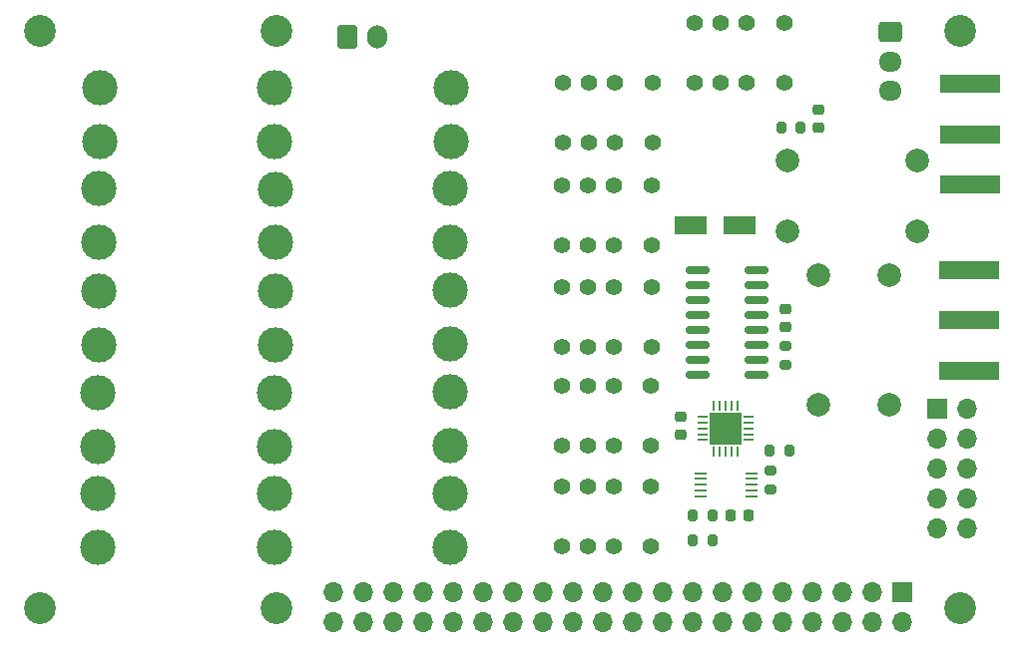
<source format=gbr>
%TF.GenerationSoftware,KiCad,Pcbnew,7.0.10*%
%TF.CreationDate,2024-04-14T10:08:43-05:00*%
%TF.ProjectId,txfilters,74786669-6c74-4657-9273-2e6b69636164,rev?*%
%TF.SameCoordinates,Original*%
%TF.FileFunction,Soldermask,Top*%
%TF.FilePolarity,Negative*%
%FSLAX46Y46*%
G04 Gerber Fmt 4.6, Leading zero omitted, Abs format (unit mm)*
G04 Created by KiCad (PCBNEW 7.0.10) date 2024-04-14 10:08:43*
%MOMM*%
%LPD*%
G01*
G04 APERTURE LIST*
G04 Aperture macros list*
%AMRoundRect*
0 Rectangle with rounded corners*
0 $1 Rounding radius*
0 $2 $3 $4 $5 $6 $7 $8 $9 X,Y pos of 4 corners*
0 Add a 4 corners polygon primitive as box body*
4,1,4,$2,$3,$4,$5,$6,$7,$8,$9,$2,$3,0*
0 Add four circle primitives for the rounded corners*
1,1,$1+$1,$2,$3*
1,1,$1+$1,$4,$5*
1,1,$1+$1,$6,$7*
1,1,$1+$1,$8,$9*
0 Add four rect primitives between the rounded corners*
20,1,$1+$1,$2,$3,$4,$5,0*
20,1,$1+$1,$4,$5,$6,$7,0*
20,1,$1+$1,$6,$7,$8,$9,0*
20,1,$1+$1,$8,$9,$2,$3,0*%
G04 Aperture macros list end*
%ADD10C,1.400000*%
%ADD11C,3.000000*%
%ADD12RoundRect,0.225000X0.250000X-0.225000X0.250000X0.225000X-0.250000X0.225000X-0.250000X-0.225000X0*%
%ADD13C,2.700000*%
%ADD14C,2.000000*%
%ADD15RoundRect,0.150000X0.825000X0.150000X-0.825000X0.150000X-0.825000X-0.150000X0.825000X-0.150000X0*%
%ADD16RoundRect,0.225000X-0.225000X-0.250000X0.225000X-0.250000X0.225000X0.250000X-0.225000X0.250000X0*%
%ADD17R,5.080000X1.500000*%
%ADD18RoundRect,0.250000X-1.137500X-0.550000X1.137500X-0.550000X1.137500X0.550000X-1.137500X0.550000X0*%
%ADD19RoundRect,0.225000X-0.250000X0.225000X-0.250000X-0.225000X0.250000X-0.225000X0.250000X0.225000X0*%
%ADD20RoundRect,0.200000X-0.275000X0.200000X-0.275000X-0.200000X0.275000X-0.200000X0.275000X0.200000X0*%
%ADD21RoundRect,0.200000X0.200000X0.275000X-0.200000X0.275000X-0.200000X-0.275000X0.200000X-0.275000X0*%
%ADD22RoundRect,0.250000X-0.725000X0.600000X-0.725000X-0.600000X0.725000X-0.600000X0.725000X0.600000X0*%
%ADD23O,1.950000X1.700000*%
%ADD24R,1.100000X0.250000*%
%ADD25RoundRect,0.062500X0.062500X-0.337500X0.062500X0.337500X-0.062500X0.337500X-0.062500X-0.337500X0*%
%ADD26RoundRect,0.062500X0.337500X-0.062500X0.337500X0.062500X-0.337500X0.062500X-0.337500X-0.062500X0*%
%ADD27R,2.700000X2.700000*%
%ADD28R,1.700000X1.700000*%
%ADD29O,1.700000X1.700000*%
%ADD30RoundRect,0.250000X-0.600000X-0.750000X0.600000X-0.750000X0.600000X0.750000X-0.600000X0.750000X0*%
%ADD31O,1.700000X2.000000*%
G04 APERTURE END LIST*
D10*
%TO.C,K6*%
X155905000Y-142295000D03*
X152705000Y-142295000D03*
X150505000Y-142295000D03*
X148305000Y-142295000D03*
X148305000Y-147375000D03*
X150505000Y-147375000D03*
X152705000Y-147375000D03*
X155905000Y-147375000D03*
%TD*%
D11*
%TO.C,L9*%
X109035000Y-125682500D03*
X109035000Y-130252500D03*
%TD*%
D12*
%TO.C,C27*%
X170077000Y-111852000D03*
X170077000Y-110302000D03*
%TD*%
D13*
%TO.C,H1*%
X104080000Y-103630000D03*
%TD*%
D11*
%TO.C,L1*%
X138945000Y-108420000D03*
X138945000Y-112990000D03*
%TD*%
D10*
%TO.C,K1*%
X156005000Y-108045000D03*
X152805000Y-108045000D03*
X150605000Y-108045000D03*
X148405000Y-108045000D03*
X148405000Y-113125000D03*
X150605000Y-113125000D03*
X152805000Y-113125000D03*
X156005000Y-113125000D03*
%TD*%
D14*
%TO.C,L17*%
X167485000Y-120615000D03*
X178485000Y-120615000D03*
X167485000Y-114615000D03*
X178485000Y-114615000D03*
%TD*%
D11*
%TO.C,L2*%
X123985000Y-108420000D03*
X123985000Y-112990000D03*
%TD*%
%TO.C,L3*%
X109105000Y-108420000D03*
X109105000Y-112990000D03*
%TD*%
D10*
%TO.C,K5*%
X155895000Y-133732500D03*
X152695000Y-133732500D03*
X150495000Y-133732500D03*
X148295000Y-133732500D03*
X148295000Y-138812500D03*
X150495000Y-138812500D03*
X152695000Y-138812500D03*
X155895000Y-138812500D03*
%TD*%
D15*
%TO.C,U3*%
X164830000Y-132830000D03*
X164830000Y-131560000D03*
X164830000Y-130290000D03*
X164830000Y-129020000D03*
X164830000Y-127750000D03*
X164830000Y-126480000D03*
X164830000Y-125210000D03*
X164830000Y-123940000D03*
X159880000Y-123940000D03*
X159880000Y-125210000D03*
X159880000Y-126480000D03*
X159880000Y-127750000D03*
X159880000Y-129020000D03*
X159880000Y-130290000D03*
X159880000Y-131560000D03*
X159880000Y-132830000D03*
%TD*%
D16*
%TO.C,C3*%
X162630000Y-144775000D03*
X164180000Y-144775000D03*
%TD*%
D13*
%TO.C,H6*%
X182080000Y-152630000D03*
%TD*%
%TO.C,H2*%
X124080000Y-103630000D03*
%TD*%
D17*
%TO.C,J3*%
X182910000Y-128205000D03*
X182910000Y-123955000D03*
X182910000Y-132455000D03*
%TD*%
D11*
%TO.C,L6*%
X109035000Y-117021250D03*
X109035000Y-121591250D03*
%TD*%
D18*
%TO.C,C6*%
X159286500Y-120163000D03*
X163411500Y-120163000D03*
%TD*%
D19*
%TO.C,C26*%
X167285000Y-127224000D03*
X167285000Y-128774000D03*
%TD*%
D11*
%TO.C,L15*%
X108985000Y-142929000D03*
X108985000Y-147499000D03*
%TD*%
D13*
%TO.C,H4*%
X104080000Y-152630000D03*
%TD*%
%TO.C,H5*%
X124080000Y-152630000D03*
%TD*%
D14*
%TO.C,L16*%
X176075000Y-135345000D03*
X176075000Y-124345000D03*
X170075000Y-135345000D03*
X170075000Y-124345000D03*
%TD*%
D20*
%TO.C,R2*%
X167285000Y-130348000D03*
X167285000Y-131998000D03*
%TD*%
D13*
%TO.C,H3*%
X182080000Y-103630000D03*
%TD*%
D20*
%TO.C,R3*%
X166023000Y-140929000D03*
X166023000Y-142579000D03*
%TD*%
D17*
%TO.C,J2*%
X182960000Y-112395000D03*
X182960000Y-108145000D03*
X182960000Y-116645000D03*
%TD*%
D21*
%TO.C,R4*%
X167610000Y-139255000D03*
X165960000Y-139255000D03*
%TD*%
D11*
%TO.C,L11*%
X123935000Y-134325250D03*
X123935000Y-138895250D03*
%TD*%
%TO.C,L7*%
X138875000Y-125652500D03*
X138875000Y-130222500D03*
%TD*%
D22*
%TO.C,J6*%
X176203000Y-103713000D03*
D23*
X176203000Y-106213000D03*
X176203000Y-108713000D03*
%TD*%
D10*
%TO.C,K2*%
X167185000Y-102985000D03*
X163985000Y-102985000D03*
X161785000Y-102985000D03*
X159585000Y-102985000D03*
X159585000Y-108065000D03*
X161785000Y-108065000D03*
X163985000Y-108065000D03*
X167185000Y-108065000D03*
%TD*%
D11*
%TO.C,L4*%
X138875000Y-117006250D03*
X138875000Y-121576250D03*
%TD*%
%TO.C,L8*%
X123995000Y-125697500D03*
X123995000Y-130267500D03*
%TD*%
%TO.C,L12*%
X108975000Y-134317750D03*
X108975000Y-138887750D03*
%TD*%
D10*
%TO.C,K3*%
X155955000Y-116787500D03*
X152755000Y-116787500D03*
X150555000Y-116787500D03*
X148355000Y-116787500D03*
X148355000Y-121867500D03*
X150555000Y-121867500D03*
X152755000Y-121867500D03*
X155955000Y-121867500D03*
%TD*%
D21*
%TO.C,R1*%
X161080000Y-144773000D03*
X159430000Y-144773000D03*
%TD*%
D11*
%TO.C,L13*%
X138825000Y-142869000D03*
X138825000Y-147439000D03*
%TD*%
D24*
%TO.C,U1*%
X164405000Y-143175000D03*
X164405000Y-142675000D03*
X164405000Y-142175000D03*
X164405000Y-141675000D03*
X164405000Y-141175000D03*
X160105000Y-141175000D03*
X160105000Y-141675000D03*
X160105000Y-142175000D03*
X160105000Y-142675000D03*
X160105000Y-143175000D03*
%TD*%
D11*
%TO.C,L14*%
X123945000Y-142929000D03*
X123945000Y-147499000D03*
%TD*%
%TO.C,L5*%
X123995000Y-117043750D03*
X123995000Y-121613750D03*
%TD*%
D10*
%TO.C,K4*%
X155955000Y-125400000D03*
X152755000Y-125400000D03*
X150555000Y-125400000D03*
X148355000Y-125400000D03*
X148355000Y-130480000D03*
X150555000Y-130480000D03*
X152755000Y-130480000D03*
X155955000Y-130480000D03*
%TD*%
D25*
%TO.C,U2*%
X161225000Y-139325000D03*
X161725000Y-139325000D03*
X162225000Y-139325000D03*
X162725000Y-139325000D03*
X163225000Y-139325000D03*
D26*
X164175000Y-138375000D03*
X164175000Y-137875000D03*
X164175000Y-137375000D03*
X164175000Y-136875000D03*
X164175000Y-136375000D03*
D25*
X163225000Y-135425000D03*
X162725000Y-135425000D03*
X162225000Y-135425000D03*
X161725000Y-135425000D03*
X161225000Y-135425000D03*
D26*
X160275000Y-136375000D03*
X160275000Y-136875000D03*
X160275000Y-137375000D03*
X160275000Y-137875000D03*
X160275000Y-138375000D03*
D27*
X162225000Y-137375000D03*
%TD*%
D21*
%TO.C,R7*%
X168596000Y-111839000D03*
X166946000Y-111839000D03*
%TD*%
D12*
%TO.C,C2*%
X158415000Y-137940000D03*
X158415000Y-136390000D03*
%TD*%
D21*
%TO.C,R8*%
X161080000Y-146902000D03*
X159430000Y-146902000D03*
%TD*%
D11*
%TO.C,L10*%
X138815000Y-134272750D03*
X138815000Y-138842750D03*
%TD*%
D28*
%TO.C,J4*%
X180200000Y-135753600D03*
D29*
X182740000Y-135753600D03*
X180200000Y-138293600D03*
X182740000Y-138293600D03*
X180200000Y-140833600D03*
X182740000Y-140833600D03*
X180200000Y-143373600D03*
X182740000Y-143373600D03*
X180200000Y-145913600D03*
X182740000Y-145913600D03*
%TD*%
D30*
%TO.C,J5*%
X130149000Y-104135000D03*
D31*
X132649000Y-104135000D03*
%TD*%
D28*
%TO.C,J1*%
X177180000Y-151330000D03*
D29*
X177180000Y-153870000D03*
X174640000Y-151330000D03*
X174640000Y-153870000D03*
X172100000Y-151330000D03*
X172100000Y-153870000D03*
X169560000Y-151330000D03*
X169560000Y-153870000D03*
X167020000Y-151330000D03*
X167020000Y-153870000D03*
X164480000Y-151330000D03*
X164480000Y-153870000D03*
X161940000Y-151330000D03*
X161940000Y-153870000D03*
X159400000Y-151330000D03*
X159400000Y-153870000D03*
X156860000Y-151330000D03*
X156860000Y-153870000D03*
X154320000Y-151330000D03*
X154320000Y-153870000D03*
X151780000Y-151330000D03*
X151780000Y-153870000D03*
X149240000Y-151330000D03*
X149240000Y-153870000D03*
X146700000Y-151330000D03*
X146700000Y-153870000D03*
X144160000Y-151330000D03*
X144160000Y-153870000D03*
X141620000Y-151330000D03*
X141620000Y-153870000D03*
X139080000Y-151330000D03*
X139080000Y-153870000D03*
X136540000Y-151330000D03*
X136540000Y-153870000D03*
X134000000Y-151330000D03*
X134000000Y-153870000D03*
X131460000Y-151330000D03*
X131460000Y-153870000D03*
X128920000Y-151330000D03*
X128920000Y-153870000D03*
%TD*%
M02*

</source>
